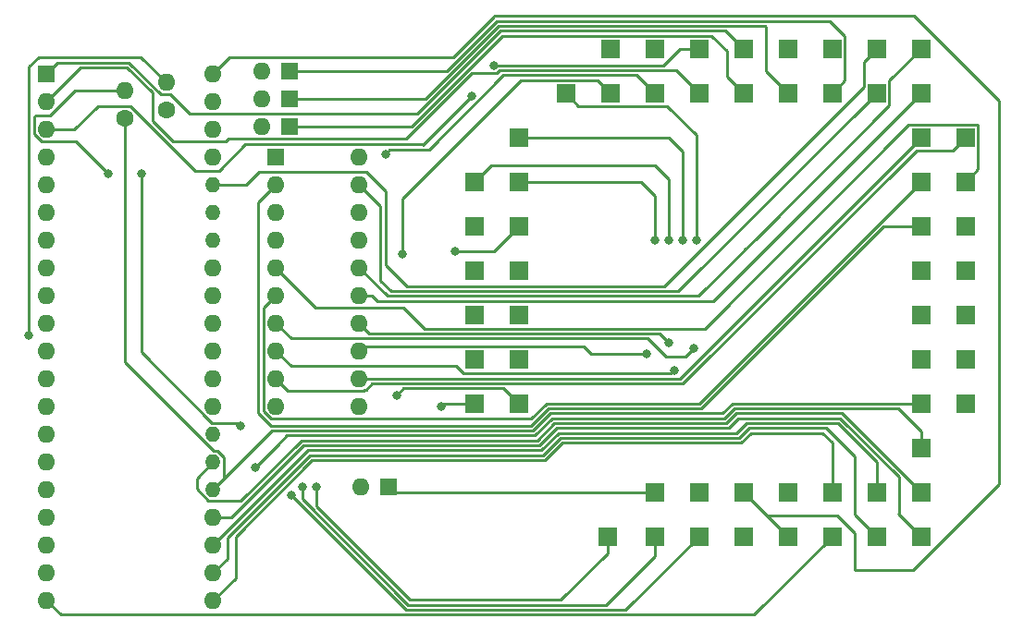
<source format=gbl>
G04 #@! TF.GenerationSoftware,KiCad,Pcbnew,(6.0.0)*
G04 #@! TF.CreationDate,2023-01-29T20:42:11-05:00*
G04 #@! TF.ProjectId,tms7000 qfp 60 adapter,746d7337-3030-4302-9071-667020363020,rev?*
G04 #@! TF.SameCoordinates,Original*
G04 #@! TF.FileFunction,Copper,L2,Bot*
G04 #@! TF.FilePolarity,Positive*
%FSLAX46Y46*%
G04 Gerber Fmt 4.6, Leading zero omitted, Abs format (unit mm)*
G04 Created by KiCad (PCBNEW (6.0.0)) date 2023-01-29 20:42:11*
%MOMM*%
%LPD*%
G01*
G04 APERTURE LIST*
G04 #@! TA.AperFunction,ComponentPad*
%ADD10R,1.700000X1.700000*%
G04 #@! TD*
G04 #@! TA.AperFunction,ComponentPad*
%ADD11R,1.600000X1.600000*%
G04 #@! TD*
G04 #@! TA.AperFunction,ComponentPad*
%ADD12O,1.600000X1.600000*%
G04 #@! TD*
G04 #@! TA.AperFunction,ComponentPad*
%ADD13C,1.600000*%
G04 #@! TD*
G04 #@! TA.AperFunction,ComponentPad*
%ADD14O,1.400000X1.400000*%
G04 #@! TD*
G04 #@! TA.AperFunction,ViaPad*
%ADD15C,0.800000*%
G04 #@! TD*
G04 #@! TA.AperFunction,Conductor*
%ADD16C,0.250000*%
G04 #@! TD*
G04 APERTURE END LIST*
D10*
X200152000Y-54356000D03*
X179832000Y-50292000D03*
X175768000Y-46228000D03*
X187960000Y-90932000D03*
X183896000Y-86868000D03*
X204216000Y-74676000D03*
D11*
X151384000Y-86360000D03*
D12*
X148844000Y-86360000D03*
D10*
X159258000Y-78740000D03*
X196088000Y-50292000D03*
D13*
X131064000Y-51845000D03*
D12*
X131064000Y-49305000D03*
D10*
X163322000Y-74676000D03*
X187960000Y-50292000D03*
X200152000Y-82804000D03*
X200152000Y-70612000D03*
X204216000Y-58420000D03*
X196088000Y-46228000D03*
X163322000Y-66548000D03*
X163322000Y-78740000D03*
X171704000Y-50292000D03*
X183896000Y-46228000D03*
X179832000Y-90932000D03*
X175768000Y-86868000D03*
X192024000Y-86868000D03*
X183896000Y-50292000D03*
X179832000Y-46228000D03*
X163322000Y-62484000D03*
X171450000Y-90932000D03*
X179832000Y-86868000D03*
D11*
X141102000Y-56134000D03*
D12*
X141102000Y-58674000D03*
X141102000Y-61214000D03*
X141102000Y-63754000D03*
X141102000Y-66294000D03*
X141102000Y-68834000D03*
X141102000Y-71374000D03*
X141102000Y-73914000D03*
X141102000Y-76454000D03*
X141102000Y-78994000D03*
X148722000Y-78994000D03*
X148722000Y-76454000D03*
X148722000Y-73914000D03*
X148722000Y-71374000D03*
X148722000Y-68834000D03*
X148722000Y-66294000D03*
X148722000Y-63754000D03*
X148722000Y-61214000D03*
X148722000Y-58674000D03*
X148722000Y-56134000D03*
D10*
X192024000Y-90932000D03*
X159258000Y-62484000D03*
D11*
X142325810Y-50800000D03*
D12*
X139785810Y-50800000D03*
D10*
X196088000Y-86868000D03*
X175768000Y-90932000D03*
X200152000Y-62484000D03*
X183896000Y-90932000D03*
X200152000Y-46228000D03*
D11*
X120116000Y-48531500D03*
D12*
X120116000Y-51071500D03*
X120116000Y-53611500D03*
X120116000Y-56151500D03*
X120116000Y-58691500D03*
X120116000Y-61231500D03*
X120116000Y-63771500D03*
X120116000Y-66311500D03*
X120116000Y-68851500D03*
X120116000Y-71391500D03*
X120116000Y-73931500D03*
X120116000Y-76471500D03*
X120116000Y-79011500D03*
X120116000Y-81551500D03*
X120116000Y-84091500D03*
X120116000Y-86631500D03*
X120116000Y-89171500D03*
X120116000Y-91711500D03*
X120116000Y-94251500D03*
X120116000Y-96791500D03*
X135356000Y-96791500D03*
X135356000Y-94251500D03*
X135356000Y-91711500D03*
X135356000Y-89171500D03*
D14*
X135356000Y-86631500D03*
X135356000Y-84091500D03*
X135356000Y-81551500D03*
D12*
X135356000Y-79011500D03*
X135356000Y-76471500D03*
X135356000Y-73931500D03*
X135356000Y-71391500D03*
X135356000Y-68851500D03*
X135356000Y-66311500D03*
D14*
X135356000Y-63771500D03*
X135356000Y-61231500D03*
X135356000Y-58691500D03*
D12*
X135356000Y-56151500D03*
X135356000Y-53611500D03*
X135356000Y-51071500D03*
X135356000Y-48531500D03*
D10*
X204216000Y-70612000D03*
D13*
X127254000Y-52607000D03*
D12*
X127254000Y-50067000D03*
D11*
X142325810Y-53340000D03*
D12*
X139785810Y-53340000D03*
D10*
X187960000Y-46228000D03*
X163322000Y-54356000D03*
X159258000Y-70612000D03*
X200152000Y-66548000D03*
X204216000Y-62484000D03*
X200152000Y-50292000D03*
X200152000Y-74676000D03*
X159258000Y-74676000D03*
X171704000Y-46228000D03*
X163322000Y-58420000D03*
X204216000Y-78740000D03*
X187960000Y-86868000D03*
X196088000Y-90932000D03*
X192024000Y-50292000D03*
X204216000Y-54356000D03*
X200152000Y-90932000D03*
X159258000Y-66548000D03*
X200152000Y-78740000D03*
D11*
X142325810Y-48260000D03*
D12*
X139785810Y-48260000D03*
D10*
X167640000Y-50292000D03*
X200152000Y-86868000D03*
X175768000Y-50292000D03*
X200152000Y-58420000D03*
X163322000Y-70612000D03*
X204216000Y-66548000D03*
X159258000Y-58420000D03*
X192024000Y-46228000D03*
D15*
X161036000Y-47752000D03*
X159004000Y-50546000D03*
X137858859Y-80835141D03*
X125730000Y-57658000D03*
X128778000Y-57658000D03*
X151130000Y-55880000D03*
X118491989Y-72516011D03*
X152146000Y-77978000D03*
X144780000Y-86360000D03*
X143510000Y-86360000D03*
X156210000Y-78994000D03*
X142494000Y-87122000D03*
X139192000Y-84582000D03*
X152654000Y-65024000D03*
X178308000Y-63754000D03*
X177546000Y-75692000D03*
X177038000Y-73152000D03*
X177038000Y-63754000D03*
X179324000Y-73660000D03*
X179578000Y-63754000D03*
X175006000Y-74168000D03*
X175768000Y-63754000D03*
X157480000Y-64770000D03*
D16*
X154053425Y-52196011D02*
X133222011Y-52196011D01*
X127666700Y-47498000D02*
X121149500Y-47498000D01*
X183896000Y-46228000D02*
X182255040Y-44587040D01*
X182255040Y-44587040D02*
X161662396Y-44587040D01*
X133222011Y-52196011D02*
X131455511Y-50429511D01*
X130598211Y-50429511D02*
X127666700Y-47498000D01*
X121149500Y-47498000D02*
X120116000Y-48531500D01*
X161662396Y-44587040D02*
X154053425Y-52196011D01*
X131455511Y-50429511D02*
X130598211Y-50429511D01*
X133730282Y-57404000D02*
X127808771Y-51482489D01*
X159004000Y-50546000D02*
X154531150Y-55018850D01*
X127808771Y-51482489D02*
X124793511Y-51482489D01*
X124793511Y-51482489D02*
X122664500Y-53611500D01*
X135890000Y-57404000D02*
X133730282Y-57404000D01*
X122664500Y-53611500D02*
X120116000Y-53611500D01*
X176593022Y-47752000D02*
X178117022Y-46228000D01*
X138284511Y-55009489D02*
X135890000Y-57404000D01*
X161036000Y-47752000D02*
X176593022Y-47752000D01*
X178117022Y-46228000D02*
X179832000Y-46228000D01*
X154531150Y-55018850D02*
X154521789Y-55009489D01*
X154521789Y-55009489D02*
X138284511Y-55009489D01*
X127254000Y-50067000D02*
X122710800Y-50067000D01*
X119650211Y-54736011D02*
X122808011Y-54736011D01*
X137550707Y-80526989D02*
X137858859Y-80835141D01*
X128778000Y-74023800D02*
X135281189Y-80526989D01*
X128778000Y-57658000D02*
X128778000Y-74023800D01*
X122710800Y-50067000D02*
X120453800Y-52324000D01*
X118991489Y-54077289D02*
X119650211Y-54736011D01*
X120453800Y-52324000D02*
X119126000Y-52324000D01*
X119126000Y-52324000D02*
X118991489Y-52458511D01*
X135281189Y-80526989D02*
X137550707Y-80526989D01*
X122808011Y-54736011D02*
X125730000Y-57658000D01*
X118991489Y-52458511D02*
X118991489Y-54077289D01*
X136797489Y-54464511D02*
X136525989Y-54736011D01*
X177741520Y-48201520D02*
X161611094Y-48201520D01*
X127480502Y-47947520D02*
X123239980Y-47947520D01*
X131698011Y-54736011D02*
X129794000Y-52832000D01*
X136525989Y-54736011D02*
X131698011Y-54736011D01*
X129794000Y-52832000D02*
X129794000Y-50261018D01*
X153056361Y-54464511D02*
X136797489Y-54464511D01*
X161336103Y-48476511D02*
X159044361Y-48476511D01*
X123239980Y-47947520D02*
X120116000Y-51071500D01*
X129794000Y-50261018D02*
X127480502Y-47947520D01*
X161611094Y-48201520D02*
X161336103Y-48476511D01*
X159044361Y-48476511D02*
X153056361Y-54464511D01*
X179832000Y-50292000D02*
X177741520Y-48201520D01*
X161923574Y-48651040D02*
X155106244Y-55468370D01*
X155106244Y-55468370D02*
X151541630Y-55468370D01*
X174127040Y-48651040D02*
X161923574Y-48651040D01*
X175768000Y-50292000D02*
X174127040Y-48651040D01*
X151541630Y-55468370D02*
X151130000Y-55880000D01*
X161094480Y-43247802D02*
X161094480Y-43238480D01*
X118491989Y-72516011D02*
X118491989Y-47879989D01*
X136897500Y-46990000D02*
X157352282Y-46990000D01*
X194056000Y-93980000D02*
X194056000Y-90614978D01*
X199453022Y-93980000D02*
X194056000Y-93980000D01*
X161935040Y-77353040D02*
X152770960Y-77353040D01*
X192468022Y-89027000D02*
X186055000Y-89027000D01*
X118491989Y-47879989D02*
X119381978Y-46990000D01*
X186055000Y-89027000D02*
X187960000Y-90932000D01*
X128749000Y-46990000D02*
X131064000Y-49305000D01*
X194056000Y-90614978D02*
X192468022Y-89027000D01*
X152770960Y-77353040D02*
X152146000Y-77978000D01*
X135356000Y-48531500D02*
X136897500Y-46990000D01*
X119381978Y-46990000D02*
X128749000Y-46990000D01*
X207264000Y-50990978D02*
X207264000Y-86169022D01*
X199511502Y-43238480D02*
X207264000Y-50990978D01*
X157352282Y-46990000D02*
X161094480Y-43247802D01*
X161094480Y-43238480D02*
X199511502Y-43238480D01*
X207264000Y-86169022D02*
X199453022Y-93980000D01*
X183896000Y-86868000D02*
X186055000Y-89027000D01*
X163322000Y-78740000D02*
X161935040Y-77353040D01*
X144780000Y-88136564D02*
X144780000Y-86360000D01*
X153382376Y-96738940D02*
X144780000Y-88136564D01*
X171450000Y-90932000D02*
X171450000Y-92456000D01*
X171450000Y-92456000D02*
X167167060Y-96738940D01*
X167167060Y-96738940D02*
X153382376Y-96738940D01*
X163228460Y-97188460D02*
X153196178Y-97188460D01*
X163228460Y-97188460D02*
X171289540Y-97188460D01*
X162212460Y-97188460D02*
X163228460Y-97188460D01*
X175768000Y-92710000D02*
X175768000Y-90932000D01*
X171289540Y-97188460D02*
X175768000Y-92710000D01*
X153196178Y-97188460D02*
X143510000Y-87502282D01*
X143510000Y-87502282D02*
X143510000Y-86360000D01*
X156210000Y-78994000D02*
X156464000Y-78740000D01*
X156464000Y-78740000D02*
X159258000Y-78740000D01*
X153009980Y-97637980D02*
X142494000Y-87122000D01*
X160629980Y-97637980D02*
X161391980Y-97637980D01*
X161391980Y-97637980D02*
X173126020Y-97637980D01*
X173126020Y-97637980D02*
X179832000Y-90932000D01*
X161391980Y-97637980D02*
X153009980Y-97637980D01*
X136647750Y-91055468D02*
X136647750Y-92959750D01*
X196088000Y-90932000D02*
X194056000Y-88900000D01*
X194056000Y-88900000D02*
X194056000Y-83566000D01*
X136647750Y-92959750D02*
X135356000Y-94251500D01*
X183504960Y-81886640D02*
X167165385Y-81886640D01*
X194056000Y-83566000D02*
X191477600Y-80987600D01*
X144234098Y-83469120D02*
X136647750Y-91055468D01*
X167165385Y-81886640D02*
X165582903Y-83469120D01*
X191477600Y-80987600D02*
X184404000Y-80987600D01*
X165582903Y-83469120D02*
X144234098Y-83469120D01*
X184404000Y-80987600D02*
X183504960Y-81886640D01*
X198120000Y-85471718D02*
X198120000Y-88772282D01*
X198120000Y-88772282D02*
X198056141Y-88836141D01*
X135356000Y-89171500D02*
X137016217Y-89171500D01*
X192736842Y-80088560D02*
X198120000Y-85471718D01*
X166792989Y-80987600D02*
X182539551Y-80987600D01*
X182539551Y-80987600D02*
X183438591Y-80088560D01*
X165210509Y-82570080D02*
X166792989Y-80987600D01*
X137016217Y-89171500D02*
X143617638Y-82570080D01*
X143617638Y-82570080D02*
X165210509Y-82570080D01*
X198056141Y-88836141D02*
X200152000Y-90932000D01*
X183438591Y-80088560D02*
X192736842Y-80088560D01*
X133858000Y-86582378D02*
X133858000Y-85589500D01*
X182353354Y-80538080D02*
X166606792Y-80538080D01*
X200152000Y-86868000D02*
X192923040Y-79639040D01*
X183252395Y-79639040D02*
X182353354Y-80538080D01*
X166606792Y-80538080D02*
X165024312Y-82120560D01*
X137895989Y-87656011D02*
X134931633Y-87656011D01*
X134931633Y-87656011D02*
X133858000Y-86582378D01*
X165024312Y-82120560D02*
X143431440Y-82120560D01*
X133858000Y-85589500D02*
X135356000Y-84091500D01*
X143431440Y-82120560D02*
X137895989Y-87656011D01*
X192923040Y-79639040D02*
X183252395Y-79639040D01*
X184868500Y-98087500D02*
X192024000Y-90932000D01*
X120116000Y-96791500D02*
X121412000Y-98087500D01*
X121412000Y-98087500D02*
X184868500Y-98087500D01*
X165769103Y-83918639D02*
X144420296Y-83918640D01*
X192024000Y-82296000D02*
X191165120Y-81437120D01*
X167351582Y-82336160D02*
X165769103Y-83918639D01*
X137409750Y-94737750D02*
X135356000Y-96791500D01*
X191165120Y-81437120D02*
X184590198Y-81437120D01*
X137409750Y-90929186D02*
X137409750Y-94737750D01*
X144420296Y-83918640D02*
X137409750Y-90929186D01*
X184590198Y-81437120D02*
X183691157Y-82336160D01*
X192024000Y-86868000D02*
X192024000Y-82296000D01*
X183691157Y-82336160D02*
X167351582Y-82336160D01*
X183250960Y-81437120D02*
X184150000Y-80538080D01*
X196088000Y-84075436D02*
X196088000Y-86868000D01*
X135356000Y-91711500D02*
X144047900Y-83019600D01*
X144047900Y-83019600D02*
X165396706Y-83019600D01*
X192550644Y-80538080D02*
X196088000Y-84075436D01*
X166979187Y-81437120D02*
X183250960Y-81437120D01*
X184150000Y-80538080D02*
X192550644Y-80538080D01*
X165396706Y-83019600D02*
X166979187Y-81437120D01*
X182879999Y-78740000D02*
X200152000Y-78740000D01*
X135390989Y-83066989D02*
X127254000Y-74930000D01*
X140765980Y-81221520D02*
X164651916Y-81221520D01*
X135780367Y-83066989D02*
X135390989Y-83066989D01*
X164651916Y-81221520D02*
X166234396Y-79639040D01*
X127254000Y-74930000D02*
X127254000Y-52607000D01*
X136380511Y-85606989D02*
X136380511Y-83667133D01*
X135356000Y-86631500D02*
X136380511Y-85606989D01*
X136380511Y-83667133D02*
X135780367Y-83066989D01*
X166234396Y-79639040D02*
X181980960Y-79639040D01*
X181980960Y-79639040D02*
X182879999Y-78740000D01*
X135356000Y-86631500D02*
X140765980Y-81221520D01*
X141224000Y-82550000D02*
X142102960Y-81671040D01*
X183066197Y-79189520D02*
X198061520Y-79189520D01*
X164838114Y-81671040D02*
X166420594Y-80088560D01*
X140716000Y-83058000D02*
X141224000Y-82550000D01*
X141224000Y-82550000D02*
X139192000Y-84582000D01*
X142102960Y-81671040D02*
X164838114Y-81671040D01*
X200152000Y-81280000D02*
X200152000Y-82804000D01*
X198061520Y-79189520D02*
X200152000Y-81280000D01*
X182167157Y-80088559D02*
X183066197Y-79189520D01*
X166420594Y-80088560D02*
X182167157Y-80088559D01*
X138412500Y-58691500D02*
X135356000Y-58691500D01*
X139554511Y-57549489D02*
X138412500Y-58691500D01*
X151137520Y-59322432D02*
X149364577Y-57549489D01*
X176671582Y-67993440D02*
X153083440Y-67993440D01*
X196088000Y-46228000D02*
X194913489Y-47402511D01*
X194913489Y-49751533D02*
X176671582Y-67993440D01*
X153083440Y-67993440D02*
X151137520Y-66047520D01*
X149364577Y-57549489D02*
X139554511Y-57549489D01*
X194913489Y-47402511D02*
X194913489Y-49751533D01*
X151137520Y-66047520D02*
X151137520Y-59322432D01*
X161848594Y-45036560D02*
X180989582Y-45036560D01*
X182372000Y-46418978D02*
X182372000Y-48768000D01*
X180989582Y-45036560D02*
X182372000Y-46418978D01*
X153545154Y-53340000D02*
X161848594Y-45036560D01*
X142325810Y-53340000D02*
X153545154Y-53340000D01*
X182372000Y-48768000D02*
X183896000Y-50292000D01*
X154813717Y-50800000D02*
X142325810Y-50800000D01*
X185869520Y-44137520D02*
X161476198Y-44137520D01*
X185928000Y-48260000D02*
X185928000Y-44196000D01*
X161476198Y-44137520D02*
X154813717Y-50800000D01*
X185928000Y-44196000D02*
X185869520Y-44137520D01*
X187960000Y-50292000D02*
X185928000Y-48260000D01*
X192024000Y-50292000D02*
X193198511Y-49117489D01*
X156718000Y-48260000D02*
X142325810Y-48260000D01*
X191833022Y-43688000D02*
X161290000Y-43688000D01*
X193198511Y-49117489D02*
X193198511Y-45053489D01*
X193198511Y-45053489D02*
X191833022Y-43688000D01*
X161290000Y-43688000D02*
X156718000Y-48260000D01*
X175768000Y-86868000D02*
X151892000Y-86868000D01*
X151892000Y-86868000D02*
X151384000Y-86360000D01*
X180018198Y-79189520D02*
X196723718Y-62484000D01*
X139504480Y-79622497D02*
X140653983Y-80772000D01*
X196723718Y-62484000D02*
X200152000Y-62484000D01*
X140653983Y-80772000D02*
X164465718Y-80772000D01*
X139504480Y-60271520D02*
X139504480Y-79622497D01*
X141102000Y-58674000D02*
X139504480Y-60271520D01*
X166048198Y-79189520D02*
X180018198Y-79189520D01*
X164465718Y-80772000D02*
X166048198Y-79189520D01*
X205390511Y-53244511D02*
X205327489Y-53181489D01*
X152799489Y-69958511D02*
X144766511Y-69958511D01*
X205327489Y-53181489D02*
X199040511Y-53181489D01*
X144766511Y-69958511D02*
X141102000Y-66294000D01*
X204216000Y-58420000D02*
X205390511Y-57245489D01*
X199040511Y-53181489D02*
X180340000Y-71882000D01*
X205390511Y-57245489D02*
X205390511Y-53244511D01*
X154722978Y-71882000D02*
X152799489Y-69958511D01*
X180340000Y-71882000D02*
X154722978Y-71882000D01*
X141102000Y-68834000D02*
X139954000Y-69982000D01*
X179832000Y-78740000D02*
X200152000Y-58420000D01*
X139954000Y-69982000D02*
X139954000Y-79436300D01*
X140636211Y-80118511D02*
X164483489Y-80118511D01*
X139954000Y-79436300D02*
X140636211Y-80118511D01*
X165862000Y-78740000D02*
X179832000Y-78740000D01*
X164483489Y-80118511D02*
X165862000Y-78740000D01*
X203041489Y-55530511D02*
X204216000Y-54356000D01*
X178366480Y-76903520D02*
X199739489Y-55530511D01*
X149098000Y-77578511D02*
X149206511Y-77470000D01*
X149352000Y-77470000D02*
X149918480Y-76903520D01*
X149918480Y-76903520D02*
X178366480Y-76903520D01*
X199739489Y-55530511D02*
X203041489Y-55530511D01*
X141102000Y-76454000D02*
X142226511Y-77578511D01*
X142226511Y-77578511D02*
X149098000Y-77578511D01*
X149206511Y-77470000D02*
X149352000Y-77470000D01*
X148722000Y-76454000D02*
X178054000Y-76454000D01*
X178054000Y-76454000D02*
X200152000Y-54356000D01*
X163497440Y-49100560D02*
X152654000Y-59944000D01*
X152654000Y-59944000D02*
X152654000Y-65024000D01*
X170512560Y-49100560D02*
X163497440Y-49100560D01*
X171704000Y-50292000D02*
X170512560Y-49100560D01*
X163322000Y-54356000D02*
X177038000Y-54356000D01*
X158300480Y-76004480D02*
X173794480Y-76004480D01*
X157625489Y-75329489D02*
X158300480Y-76004480D01*
X177233520Y-76004480D02*
X173794480Y-76004480D01*
X173794480Y-76004480D02*
X174693520Y-76004480D01*
X178308000Y-55626000D02*
X178308000Y-63754000D01*
X141102000Y-73914000D02*
X142517489Y-75329489D01*
X177038000Y-54356000D02*
X178308000Y-55626000D01*
X142517489Y-75329489D02*
X157625489Y-75329489D01*
X177546000Y-75692000D02*
X177233520Y-76004480D01*
X176217520Y-72331520D02*
X175201520Y-72331520D01*
X149679520Y-72331520D02*
X175201520Y-72331520D01*
X175768000Y-56896000D02*
X177038000Y-58166000D01*
X148722000Y-71374000D02*
X149679520Y-72331520D01*
X177038000Y-58166000D02*
X177038000Y-63754000D01*
X177038000Y-73152000D02*
X176217520Y-72331520D01*
X160782000Y-56896000D02*
X175768000Y-56896000D01*
X159258000Y-58420000D02*
X160782000Y-56896000D01*
X149860000Y-68834000D02*
X148722000Y-68834000D01*
X181102000Y-69342000D02*
X150368000Y-69342000D01*
X200152000Y-50292000D02*
X181102000Y-69342000D01*
X150368000Y-69342000D02*
X149860000Y-68834000D01*
X197262511Y-51403489D02*
X185674000Y-62992000D01*
X197262511Y-49117489D02*
X197262511Y-51403489D01*
X185674000Y-62992000D02*
X179773520Y-68892480D01*
X200152000Y-46228000D02*
X197262511Y-49117489D01*
X179773520Y-68892480D02*
X151320480Y-68892480D01*
X151320480Y-68892480D02*
X148722000Y-66294000D01*
X185674000Y-62992000D02*
X183946031Y-64719969D01*
X177937040Y-68442960D02*
X151638000Y-68442960D01*
X150688000Y-67492960D02*
X150688000Y-60640000D01*
X196088000Y-50292000D02*
X177937040Y-68442960D01*
X150688000Y-60640000D02*
X148722000Y-58674000D01*
X151638000Y-68442960D02*
X150688000Y-67492960D01*
X142509040Y-72781040D02*
X175143040Y-72781040D01*
X179578000Y-54102000D02*
X179578000Y-63754000D01*
X167640000Y-50292000D02*
X168814511Y-51466511D01*
X176784000Y-74422000D02*
X178562000Y-74422000D01*
X168814511Y-51466511D02*
X176942511Y-51466511D01*
X141102000Y-71374000D02*
X142509040Y-72781040D01*
X178562000Y-74422000D02*
X179324000Y-73660000D01*
X176942511Y-51466511D02*
X179578000Y-54102000D01*
X175143040Y-72781040D02*
X176784000Y-74422000D01*
X175006000Y-74168000D02*
X169989022Y-74168000D01*
X163322000Y-58420000D02*
X174498000Y-58420000D01*
X148722000Y-73914000D02*
X149134511Y-73501489D01*
X175768000Y-59690000D02*
X175768000Y-63754000D01*
X174498000Y-58420000D02*
X175768000Y-59690000D01*
X169989022Y-74168000D02*
X169322511Y-73501489D01*
X149134511Y-73501489D02*
X169322511Y-73501489D01*
X157480000Y-64770000D02*
X161036000Y-64770000D01*
X161036000Y-64770000D02*
X163322000Y-62484000D01*
M02*

</source>
